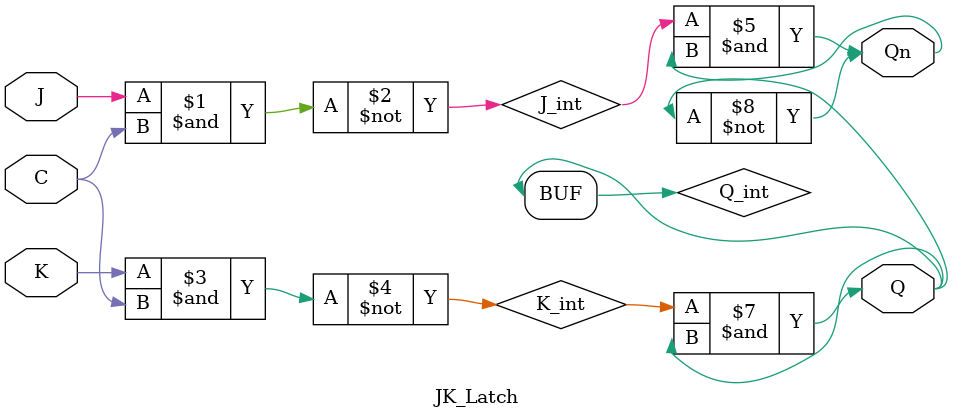
<source format=v>
`timescale 1ns / 1ps
module JK_Latch (
    input J,    // J input
    input K,    // K input
    input C,    // Clock input (Level-sensitive)
    output Q,   // Output
    output Qn   // Complement of output
);

    // Internal signals
    wire J_int, K_int, Q_int;

    // Logic for JK latch using NAND gates
    nand (J_int, J, C);        // Active J when C is high
    nand (K_int, K, C);        // Active K when C is high

    nand (Q_int, J_int, Qn);   // Set condition when J = 1
    nand (Qn, K_int, Q);       // Reset condition when K = 1

    assign Q = Q_int;          // Output Q
    assign Qn = ~Q;            // Complement of Q

endmodule

</source>
